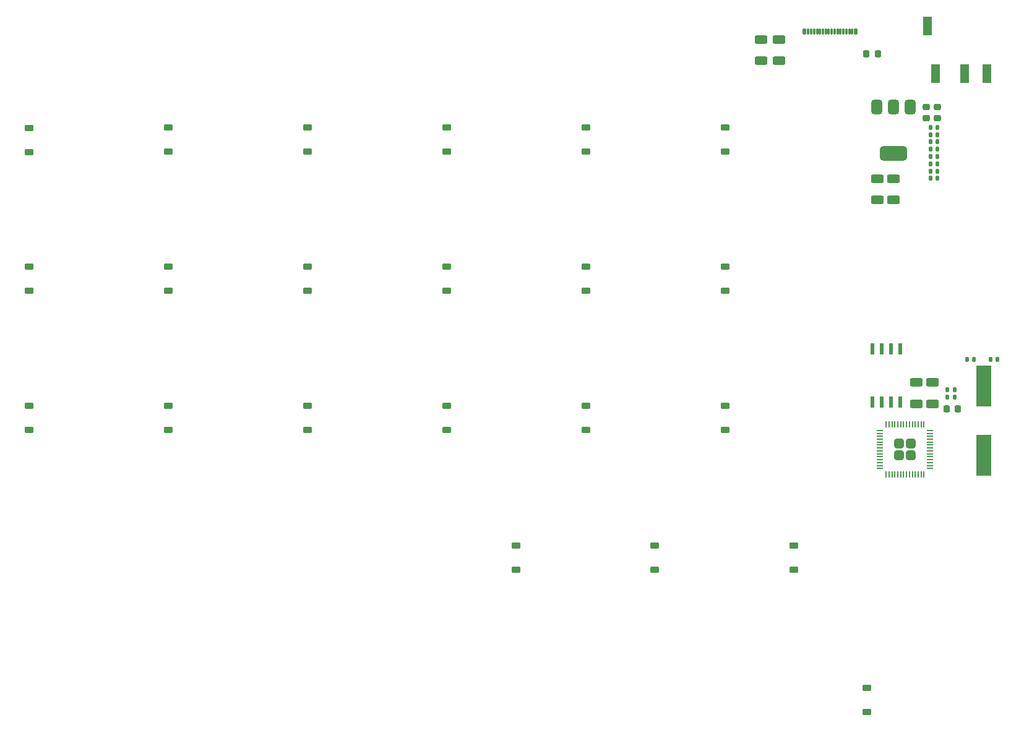
<source format=gtp>
%TF.GenerationSoftware,KiCad,Pcbnew,9.0.0*%
%TF.CreationDate,2025-03-24T17:33:31+09:00*%
%TF.ProjectId,keyboard,6b657962-6f61-4726-942e-6b696361645f,rev?*%
%TF.SameCoordinates,Original*%
%TF.FileFunction,Paste,Top*%
%TF.FilePolarity,Positive*%
%FSLAX46Y46*%
G04 Gerber Fmt 4.6, Leading zero omitted, Abs format (unit mm)*
G04 Created by KiCad (PCBNEW 9.0.0) date 2025-03-24 17:33:31*
%MOMM*%
%LPD*%
G01*
G04 APERTURE LIST*
G04 Aperture macros list*
%AMRoundRect*
0 Rectangle with rounded corners*
0 $1 Rounding radius*
0 $2 $3 $4 $5 $6 $7 $8 $9 X,Y pos of 4 corners*
0 Add a 4 corners polygon primitive as box body*
4,1,4,$2,$3,$4,$5,$6,$7,$8,$9,$2,$3,0*
0 Add four circle primitives for the rounded corners*
1,1,$1+$1,$2,$3*
1,1,$1+$1,$4,$5*
1,1,$1+$1,$6,$7*
1,1,$1+$1,$8,$9*
0 Add four rect primitives between the rounded corners*
20,1,$1+$1,$2,$3,$4,$5,0*
20,1,$1+$1,$4,$5,$6,$7,0*
20,1,$1+$1,$6,$7,$8,$9,0*
20,1,$1+$1,$8,$9,$2,$3,0*%
G04 Aperture macros list end*
%ADD10R,1.200000X2.500000*%
%ADD11RoundRect,0.140000X-0.140000X-0.170000X0.140000X-0.170000X0.140000X0.170000X-0.140000X0.170000X0*%
%ADD12RoundRect,0.225000X0.375000X-0.225000X0.375000X0.225000X-0.375000X0.225000X-0.375000X-0.225000X0*%
%ADD13RoundRect,0.250000X0.625000X-0.312500X0.625000X0.312500X-0.625000X0.312500X-0.625000X-0.312500X0*%
%ADD14RoundRect,0.375000X-0.375000X0.625000X-0.375000X-0.625000X0.375000X-0.625000X0.375000X0.625000X0*%
%ADD15RoundRect,0.500000X-1.400000X0.500000X-1.400000X-0.500000X1.400000X-0.500000X1.400000X0.500000X0*%
%ADD16RoundRect,0.250000X-0.625000X0.312500X-0.625000X-0.312500X0.625000X-0.312500X0.625000X0.312500X0*%
%ADD17R,0.533400X1.524000*%
%ADD18RoundRect,0.225000X0.250000X-0.225000X0.250000X0.225000X-0.250000X0.225000X-0.250000X-0.225000X0*%
%ADD19RoundRect,0.070000X0.070000X0.345000X-0.070000X0.345000X-0.070000X-0.345000X0.070000X-0.345000X0*%
%ADD20RoundRect,0.112500X0.112500X0.302500X-0.112500X0.302500X-0.112500X-0.302500X0.112500X-0.302500X0*%
%ADD21RoundRect,0.249999X-0.395001X-0.395001X0.395001X-0.395001X0.395001X0.395001X-0.395001X0.395001X0*%
%ADD22RoundRect,0.050000X-0.387500X-0.050000X0.387500X-0.050000X0.387500X0.050000X-0.387500X0.050000X0*%
%ADD23RoundRect,0.050000X-0.050000X-0.387500X0.050000X-0.387500X0.050000X0.387500X-0.050000X0.387500X0*%
%ADD24RoundRect,0.225000X-0.225000X-0.250000X0.225000X-0.250000X0.225000X0.250000X-0.225000X0.250000X0*%
%ADD25R,2.100000X5.600000*%
G04 APERTURE END LIST*
D10*
%TO.C,J4*%
X204721000Y-55674000D03*
X207721000Y-55674000D03*
X199621000Y-49174000D03*
X200721000Y-55674000D03*
%TD*%
D11*
%TO.C,C15*%
X208270000Y-94750000D03*
X209230000Y-94750000D03*
%TD*%
D12*
%TO.C,D12*%
X171901000Y-85399000D03*
X171901000Y-82099000D03*
%TD*%
%TO.C,D9*%
X114751000Y-85399000D03*
X114751000Y-82099000D03*
%TD*%
D13*
%TO.C,R5*%
X195000000Y-72962500D03*
X195000000Y-70037500D03*
%TD*%
D12*
%TO.C,D6*%
X171901000Y-66349000D03*
X171901000Y-63049000D03*
%TD*%
%TO.C,D20*%
X162321000Y-123574000D03*
X162321000Y-120274000D03*
%TD*%
%TO.C,D3*%
X114751000Y-66349000D03*
X114751000Y-63049000D03*
%TD*%
D11*
%TO.C,C11*%
X202356515Y-99934649D03*
X203316515Y-99934649D03*
%TD*%
D12*
%TO.C,D13*%
X76651000Y-104449000D03*
X76651000Y-101149000D03*
%TD*%
D14*
%TO.C,U2*%
X197300000Y-60274000D03*
X195000000Y-60274000D03*
D15*
X195000000Y-66574000D03*
D14*
X192700000Y-60274000D03*
%TD*%
D16*
%TO.C,R2*%
X176821000Y-50961500D03*
X176821000Y-53886500D03*
%TD*%
D12*
%TO.C,D1*%
X76651000Y-66394000D03*
X76651000Y-63094000D03*
%TD*%
D17*
%TO.C,U3*%
X192095000Y-100644900D03*
X193365000Y-100644900D03*
X194635000Y-100644900D03*
X195905000Y-100644900D03*
X195905000Y-93355100D03*
X194635000Y-93355100D03*
X193365000Y-93355100D03*
X192095000Y-93355100D03*
%TD*%
D18*
%TO.C,C10*%
X201000000Y-61775000D03*
X201000000Y-60225000D03*
%TD*%
D12*
%TO.C,D21*%
X181321000Y-123574000D03*
X181321000Y-120274000D03*
%TD*%
D11*
%TO.C,C4*%
X200020000Y-67000000D03*
X200980000Y-67000000D03*
%TD*%
D19*
%TO.C,J1*%
X189321000Y-49874000D03*
X188521000Y-49874000D03*
X187721000Y-49874000D03*
X186921000Y-49874000D03*
X186521000Y-49874000D03*
X186121000Y-49874000D03*
X184521000Y-49874000D03*
X183721000Y-49874000D03*
X183321000Y-49874000D03*
X184121000Y-49874000D03*
X184921000Y-49874000D03*
X185321000Y-49874000D03*
X185721000Y-49874000D03*
X187321000Y-49874000D03*
X188121000Y-49874000D03*
X188921000Y-49874000D03*
D20*
X189836000Y-49874000D03*
X182806000Y-49874000D03*
%TD*%
D11*
%TO.C,C14*%
X200020000Y-66000000D03*
X200980000Y-66000000D03*
%TD*%
D12*
%TO.C,D17*%
X152851000Y-104449000D03*
X152851000Y-101149000D03*
%TD*%
%TO.C,D5*%
X152851000Y-66349000D03*
X152851000Y-63049000D03*
%TD*%
%TO.C,D19*%
X143321000Y-123574000D03*
X143321000Y-120274000D03*
%TD*%
D16*
%TO.C,R1*%
X179321000Y-50961500D03*
X179321000Y-53886500D03*
%TD*%
D12*
%TO.C,D11*%
X152851000Y-85399000D03*
X152851000Y-82099000D03*
%TD*%
%TO.C,D4*%
X133801000Y-66349000D03*
X133801000Y-63049000D03*
%TD*%
D11*
%TO.C,C6*%
X200020000Y-69000000D03*
X200980000Y-69000000D03*
%TD*%
D21*
%TO.C,U1*%
X195762500Y-106300000D03*
X195762500Y-107900000D03*
X197362500Y-106300000D03*
X197362500Y-107900000D03*
D22*
X193125000Y-104500000D03*
X193125000Y-104900000D03*
X193125000Y-105300000D03*
X193125000Y-105700000D03*
X193125000Y-106100000D03*
X193125000Y-106500000D03*
X193125000Y-106900000D03*
X193125000Y-107300000D03*
X193125000Y-107700000D03*
X193125000Y-108100000D03*
X193125000Y-108500000D03*
X193125000Y-108900000D03*
X193125000Y-109300000D03*
X193125000Y-109700000D03*
D23*
X193962500Y-110537500D03*
X194362500Y-110537500D03*
X194762500Y-110537500D03*
X195162500Y-110537500D03*
X195562500Y-110537500D03*
X195962500Y-110537500D03*
X196362500Y-110537500D03*
X196762500Y-110537500D03*
X197162500Y-110537500D03*
X197562500Y-110537500D03*
X197962500Y-110537500D03*
X198362500Y-110537500D03*
X198762500Y-110537500D03*
X199162500Y-110537500D03*
D22*
X200000000Y-109700000D03*
X200000000Y-109300000D03*
X200000000Y-108900000D03*
X200000000Y-108500000D03*
X200000000Y-108100000D03*
X200000000Y-107700000D03*
X200000000Y-107300000D03*
X200000000Y-106900000D03*
X200000000Y-106500000D03*
X200000000Y-106100000D03*
X200000000Y-105700000D03*
X200000000Y-105300000D03*
X200000000Y-104900000D03*
X200000000Y-104500000D03*
D23*
X199162500Y-103662500D03*
X198762500Y-103662500D03*
X198362500Y-103662500D03*
X197962500Y-103662500D03*
X197562500Y-103662500D03*
X197162500Y-103662500D03*
X196762500Y-103662500D03*
X196362500Y-103662500D03*
X195962500Y-103662500D03*
X195562500Y-103662500D03*
X195162500Y-103662500D03*
X194762500Y-103662500D03*
X194362500Y-103662500D03*
X193962500Y-103662500D03*
%TD*%
D13*
%TO.C,R3*%
X200335529Y-100858607D03*
X200335529Y-97933607D03*
%TD*%
D12*
%TO.C,D7*%
X76651000Y-85399000D03*
X76651000Y-82099000D03*
%TD*%
%TO.C,D18*%
X171901000Y-104449000D03*
X171901000Y-101149000D03*
%TD*%
%TO.C,D15*%
X114751000Y-104449000D03*
X114751000Y-101149000D03*
%TD*%
D11*
%TO.C,C12*%
X202356515Y-98934649D03*
X203316515Y-98934649D03*
%TD*%
D12*
%TO.C,D8*%
X95701000Y-85399000D03*
X95701000Y-82099000D03*
%TD*%
%TO.C,D2*%
X95701000Y-66349000D03*
X95701000Y-63049000D03*
%TD*%
D18*
%TO.C,C2*%
X199500000Y-61775000D03*
X199500000Y-60225000D03*
%TD*%
D11*
%TO.C,C9*%
X200020000Y-64000000D03*
X200980000Y-64000000D03*
%TD*%
D24*
%TO.C,C13*%
X202260515Y-101510649D03*
X203810515Y-101510649D03*
%TD*%
D11*
%TO.C,C8*%
X200020000Y-68000000D03*
X200980000Y-68000000D03*
%TD*%
D12*
%TO.C,D22*%
X191321000Y-143074000D03*
X191321000Y-139774000D03*
%TD*%
D11*
%TO.C,C3*%
X200020000Y-63000000D03*
X200980000Y-63000000D03*
%TD*%
D24*
%TO.C,C1*%
X191271000Y-52924000D03*
X192821000Y-52924000D03*
%TD*%
D11*
%TO.C,C16*%
X205020000Y-94750000D03*
X205980000Y-94750000D03*
%TD*%
D12*
%TO.C,D16*%
X133801000Y-104449000D03*
X133801000Y-101149000D03*
%TD*%
D13*
%TO.C,R4*%
X198079202Y-100858607D03*
X198079202Y-97933607D03*
%TD*%
D12*
%TO.C,D10*%
X133801000Y-85399000D03*
X133801000Y-82099000D03*
%TD*%
D13*
%TO.C,R6*%
X192750000Y-72962500D03*
X192750000Y-70037500D03*
%TD*%
D12*
%TO.C,D14*%
X95701000Y-104449000D03*
X95701000Y-101149000D03*
%TD*%
D11*
%TO.C,C5*%
X200020000Y-70000000D03*
X200980000Y-70000000D03*
%TD*%
D25*
%TO.C,Y1*%
X207321000Y-98424000D03*
X207321000Y-107924000D03*
%TD*%
D11*
%TO.C,C7*%
X200020000Y-65000000D03*
X200980000Y-65000000D03*
%TD*%
M02*

</source>
